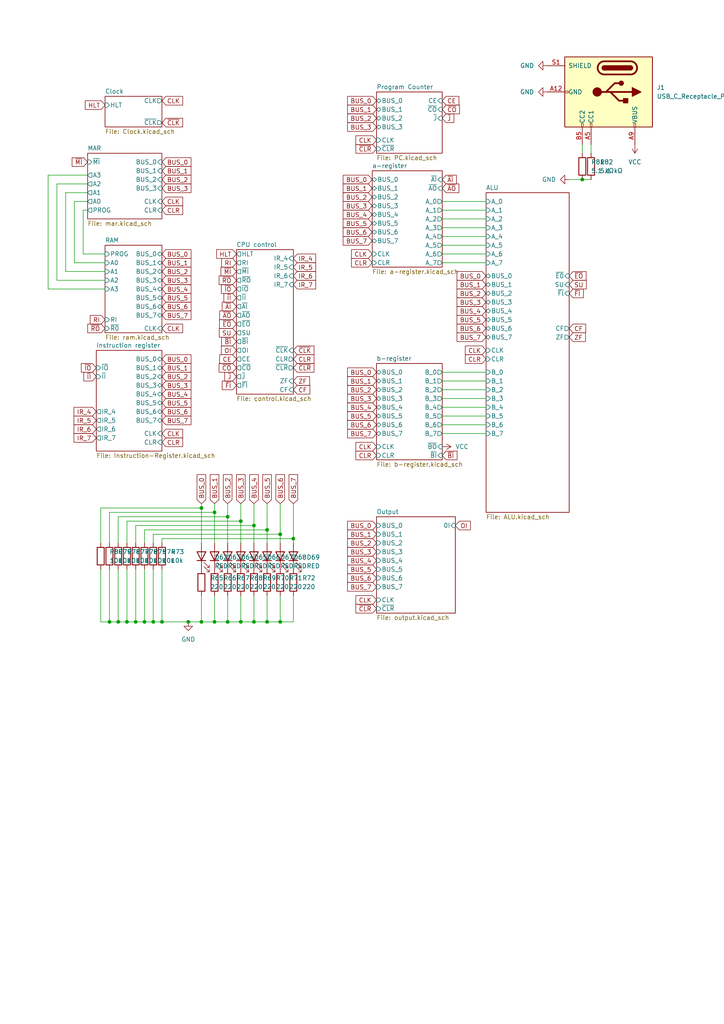
<source format=kicad_sch>
(kicad_sch (version 20250114) (generator "eeschema") (generator_version "9.0")
  (paper "A4" portrait)
  (title_block (title "8 bit PC") (date "2025-10-14") (rev "1"))
  (lib_symbols
    (symbol "Connector:USB_C_Receptacle_PowerOnly_6P" (pin_names (offset 1.016))
      (property "Reference" "J" (at 0 16.51 0))
      (property "Value" "USB_C_Receptacle_PowerOnly_6P" (at 0 13.97 0))
      (symbol "USB_C_Receptacle_PowerOnly_6P_0_0"
        (rectangle (start -0.254 -12.7) (end 0.254 -11.684))
        (rectangle (start 10.16 7.874) (end 9.144 7.366))
        (rectangle (start 10.16 -4.826) (end 9.144 -5.334))
        (rectangle (start 10.16 -7.366) (end 9.144 -7.874))
      )
      (symbol "USB_C_Receptacle_PowerOnly_6P_0_1"
        (rectangle (start -10.16 12.7) (end 10.16 -12.7) (stroke (width 0.254)) (fill (type background)))
        (polyline (pts (xy -8.89 -1.27) (xy -8.89 6.35)) (stroke (width 0.508)))
        (rectangle (start -7.62 -1.27) (end -6.35 6.35) (stroke (width 0.254)) (fill (type outline)))
        (arc (start -7.62 6.35) (mid -6.985 6.9823) (end -6.35 6.35) (stroke (width 0.254)))
        (arc (start -7.62 6.35) (mid -6.985 6.9823) (end -6.35 6.35) (stroke (width 0.254)) (fill (type outline)))
        (arc (start -8.89 6.35) (mid -6.985 8.2467) (end -5.08 6.35) (stroke (width 0.508)))
        (arc (start -5.08 -1.27) (mid -6.985 -3.1667) (end -8.89 -1.27) (stroke (width 0.508)))
        (arc (start -6.35 -1.27) (mid -6.985 -1.9023) (end -7.62 -1.27) (stroke (width 0.254)))
        (arc (start -6.35 -1.27) (mid -6.985 -1.9023) (end -7.62 -1.27) (stroke (width 0.254)) (fill (type outline)))
        (polyline (pts (xy -5.08 6.35) (xy -5.08 -1.27)) (stroke (width 0.508)))
        (circle (center -2.54 3.683) (radius 0.635) (stroke (width 0.254)) (fill (type outline)))
        (polyline (pts (xy -1.27 6.858) (xy 0 9.398) (xy 1.27 6.858) (xy -1.27 6.858)) (stroke (width 0.254)) (fill (type outline)))
        (polyline (pts (xy 0 0.508) (xy 2.54 3.048) (xy 2.54 4.318)) (stroke (width 0.508)))
        (polyline (pts (xy 0 -0.762) (xy -2.54 1.778) (xy -2.54 3.048)) (stroke (width 0.508)))
        (polyline (pts (xy 0 -3.302) (xy 0 6.858)) (stroke (width 0.508)))
        (circle (center 0 -3.302) (radius 1.27) (fill (type outline)))
        (rectangle (start 1.905 4.318) (end 3.175 5.588) (stroke (width 0.254)) (fill (type outline)))
      )
      (symbol "USB_C_Receptacle_PowerOnly_6P_1_1"
        (pin passive line (at -7.62 -17.78 90) (length 5.08) (name "SHIELD") (number "S1"))
        (pin passive line (at 0 -17.78 90) (length 5.08) (name "GND") (number "A12"))
        (pin passive line (at 0 -17.78 90) (length 5.08) (hide yes) (name "GND") (number "B12"))
        (pin passive line (at 15.24 7.62 180) (length 5.08) (name "VBUS") (number "A9"))
        (pin passive line (at 15.24 7.62 180) (length 5.08) (hide yes) (name "VBUS") (number "B9"))
        (pin bidirectional line (at 15.24 -5.08 180) (length 5.08) (name "CC1") (number "A5"))
        (pin bidirectional line (at 15.24 -7.62 180) (length 5.08) (name "CC2") (number "B5"))
      )
    )
    (symbol "Device:LED" (pin_numbers (hide yes)) (pin_names (offset 1.016) (hide yes))
      (property "Reference" "D" (at 0 2.54 0))
      (property "Value" "LED" (at 0 -2.54 0))
      (symbol "LED_0_1"
        (polyline (pts (xy -3.048 -0.762) (xy -4.572 -2.286) (xy -3.81 -2.286) (xy -4.572 -2.286) (xy -4.572 -1.524)))
        (polyline (pts (xy -1.778 -0.762) (xy -3.302 -2.286) (xy -2.54 -2.286) (xy -3.302 -2.286) (xy -3.302 -1.524)))
        (polyline (pts (xy -1.27 0) (xy 1.27 0)))
        (polyline (pts (xy -1.27 -1.27) (xy -1.27 1.27)) (stroke (width 0.254)))
        (polyline (pts (xy 1.27 -1.27) (xy 1.27 1.27) (xy -1.27 0) (xy 1.27 -1.27)) (stroke (width 0.254)))
      )
      (symbol "LED_1_1"
        (pin passive line (at -3.81 0 0) (length 2.54) (name "K") (number "1"))
        (pin passive line (at 3.81 0 180) (length 2.54) (name "A") (number "2"))
      )
    )
    (symbol "Device:R" (pin_numbers (hide yes)) (pin_names (offset 0))
      (property "Reference" "R" (at 2.032 0 90))
      (property "Value" "R" (at 0 0 90))
      (symbol "R_0_1"
        (rectangle (start -1.016 -2.54) (end 1.016 2.54) (stroke (width 0.254)))
      )
      (symbol "R_1_1"
        (pin passive line (at 0 3.81 270) (length 1.27) (name "~") (number "1"))
        (pin passive line (at 0 -3.81 90) (length 1.27) (name "~") (number "2"))
      )
    )
    (symbol "power:GND" (power) (pin_numbers (hide yes)) (pin_names (offset 0) (hide yes))
      (property "Value" "GND" (at 0 -3.81 0))
      (symbol "GND_0_1"
        (polyline (pts (xy 0 0) (xy 0 -1.27) (xy 1.27 -1.27) (xy 0 -2.54) (xy -1.27 -1.27) (xy 0 -1.27)))
      )
      (symbol "GND_1_1"
        (pin power_in line (at 0 0 270) (length 0) (name "~") (number "1"))
      )
    )
    (symbol "power:VCC" (power) (pin_numbers (hide yes)) (pin_names (offset 0) (hide yes))
      (property "Value" "VCC" (at 0 3.556 0))
      (symbol "VCC_0_1"
        (polyline (pts (xy -0.762 1.27) (xy 0 2.54)))
        (polyline (pts (xy 0 2.54) (xy 0.762 1.27)))
        (polyline (pts (xy 0 0) (xy 0 2.54)))
      )
      (symbol "VCC_1_1"
        (pin power_in line (at 0 0 90) (length 0) (name "~") (number "1"))
      )
    )
  )
  (junction (at 85.09 156.21))
  (junction (at 58.42 180.34))
  (junction (at 46.99 180.34))
  (junction (at 168.91 52.07))
  (junction (at 69.85 151.13))
  (junction (at 31.75 180.34))
  (junction (at 77.47 180.34))
  (junction (at 69.85 180.34))
  (junction (at 77.47 153.67))
  (junction (at 66.04 180.34))
  (junction (at 81.28 180.34))
  (junction (at 62.23 180.34))
  (junction (at 54.61 180.34))
  (junction (at 41.91 180.34))
  (junction (at 81.28 154.94))
  (junction (at 62.23 148.59))
  (junction (at 34.29 180.34))
  (junction (at 36.83 180.34))
  (junction (at 39.37 180.34))
  (junction (at 73.66 152.4))
  (junction (at 58.42 147.32))
  (junction (at 44.45 180.34))
  (junction (at 73.66 180.34))
  (junction (at 66.04 149.86))
  (wire (pts (xy 44.45 180.34) (xy 46.99 180.34)))
  (wire (pts (xy 128.27 60.96) (xy 140.97 60.96)))
  (wire (pts (xy 69.85 146.05) (xy 69.85 151.13)))
  (wire (pts (xy 128.27 123.19) (xy 140.97 123.19)))
  (wire (pts (xy 39.37 152.4) (xy 73.66 152.4)))
  (wire (pts (xy 30.48 81.28) (xy 16.51 81.28)))
  (wire (pts (xy 21.59 58.42) (xy 25.4 58.42)))
  (wire (pts (xy 73.66 152.4) (xy 73.66 157.48)))
  (wire (pts (xy 81.28 146.05) (xy 81.28 154.94)))
  (wire (pts (xy 29.21 180.34) (xy 31.75 180.34)))
  (wire (pts (xy 16.51 53.34) (xy 25.4 53.34)))
  (wire (pts (xy 31.75 148.59) (xy 62.23 148.59)))
  (wire (pts (xy 46.99 157.48) (xy 46.99 156.21)))
  (wire (pts (xy 39.37 165.1) (xy 39.37 180.34)))
  (wire (pts (xy 85.09 180.34) (xy 81.28 180.34)))
  (wire (pts (xy 31.75 157.48) (xy 31.75 148.59)))
  (wire (pts (xy 31.75 180.34) (xy 34.29 180.34)))
  (wire (pts (xy 36.83 180.34) (xy 39.37 180.34)))
  (wire (pts (xy 34.29 180.34) (xy 36.83 180.34)))
  (wire (pts (xy 58.42 147.32) (xy 58.42 157.48)))
  (wire (pts (xy 58.42 146.05) (xy 58.42 147.32)))
  (wire (pts (xy 34.29 165.1) (xy 34.29 180.34)))
  (wire (pts (xy 128.27 120.65) (xy 140.97 120.65)))
  (wire (pts (xy 62.23 180.34) (xy 66.04 180.34)))
  (wire (pts (xy 69.85 151.13) (xy 69.85 157.48)))
  (wire (pts (xy 165.1 52.07) (xy 168.91 52.07)))
  (wire (pts (xy 16.51 81.28) (xy 16.51 53.34)))
  (wire (pts (xy 62.23 172.72) (xy 62.23 180.34)))
  (wire (pts (xy 25.4 60.96) (xy 24.13 60.96)))
  (wire (pts (xy 39.37 180.34) (xy 41.91 180.34)))
  (wire (pts (xy 128.27 113.03) (xy 140.97 113.03)))
  (wire (pts (xy 62.23 146.05) (xy 62.23 148.59)))
  (wire (pts (xy 13.97 50.8) (xy 13.97 83.82)))
  (wire (pts (xy 85.09 156.21) (xy 85.09 157.48)))
  (wire (pts (xy 128.27 63.5) (xy 140.97 63.5)))
  (wire (pts (xy 85.09 172.72) (xy 85.09 180.34)))
  (wire (pts (xy 69.85 172.72) (xy 69.85 180.34)))
  (wire (pts (xy 34.29 157.48) (xy 34.29 149.86)))
  (wire (pts (xy 81.28 154.94) (xy 81.28 157.48)))
  (wire (pts (xy 29.21 147.32) (xy 58.42 147.32)))
  (wire (pts (xy 168.91 41.91) (xy 168.91 44.45)))
  (wire (pts (xy 128.27 110.49) (xy 140.97 110.49)))
  (wire (pts (xy 128.27 73.66) (xy 140.97 73.66)))
  (wire (pts (xy 73.66 146.05) (xy 73.66 152.4)))
  (wire (pts (xy 46.99 180.34) (xy 54.61 180.34)))
  (wire (pts (xy 13.97 83.82) (xy 30.48 83.82)))
  (wire (pts (xy 66.04 172.72) (xy 66.04 180.34)))
  (wire (pts (xy 44.45 154.94) (xy 81.28 154.94)))
  (wire (pts (xy 66.04 146.05) (xy 66.04 149.86)))
  (wire (pts (xy 73.66 172.72) (xy 73.66 180.34)))
  (wire (pts (xy 36.83 165.1) (xy 36.83 180.34)))
  (wire (pts (xy 25.4 55.88) (xy 19.05 55.88)))
  (wire (pts (xy 81.28 180.34) (xy 77.47 180.34)))
  (wire (pts (xy 21.59 76.2) (xy 30.48 76.2)))
  (wire (pts (xy 24.13 60.96) (xy 24.13 73.66)))
  (wire (pts (xy 73.66 180.34) (xy 77.47 180.34)))
  (wire (pts (xy 46.99 165.1) (xy 46.99 180.34)))
  (wire (pts (xy 39.37 157.48) (xy 39.37 152.4)))
  (wire (pts (xy 85.09 146.05) (xy 85.09 156.21)))
  (wire (pts (xy 62.23 148.59) (xy 62.23 157.48)))
  (wire (pts (xy 128.27 68.58) (xy 140.97 68.58)))
  (wire (pts (xy 41.91 165.1) (xy 41.91 180.34)))
  (wire (pts (xy 128.27 115.57) (xy 140.97 115.57)))
  (wire (pts (xy 29.21 165.1) (xy 29.21 180.34)))
  (wire (pts (xy 54.61 180.34) (xy 58.42 180.34)))
  (wire (pts (xy 128.27 71.12) (xy 140.97 71.12)))
  (wire (pts (xy 77.47 153.67) (xy 77.47 157.48)))
  (wire (pts (xy 41.91 153.67) (xy 77.47 153.67)))
  (wire (pts (xy 77.47 172.72) (xy 77.47 180.34)))
  (wire (pts (xy 128.27 125.73) (xy 140.97 125.73)))
  (wire (pts (xy 128.27 107.95) (xy 140.97 107.95)))
  (wire (pts (xy 41.91 157.48) (xy 41.91 153.67)))
  (wire (pts (xy 31.75 165.1) (xy 31.75 180.34)))
  (wire (pts (xy 24.13 73.66) (xy 30.48 73.66)))
  (wire (pts (xy 46.99 156.21) (xy 85.09 156.21)))
  (wire (pts (xy 66.04 149.86) (xy 66.04 157.48)))
  (wire (pts (xy 36.83 151.13) (xy 69.85 151.13)))
  (wire (pts (xy 128.27 66.04) (xy 140.97 66.04)))
  (wire (pts (xy 41.91 180.34) (xy 44.45 180.34)))
  (wire (pts (xy 29.21 157.48) (xy 29.21 147.32)))
  (wire (pts (xy 58.42 180.34) (xy 62.23 180.34)))
  (wire (pts (xy 19.05 55.88) (xy 19.05 78.74)))
  (wire (pts (xy 34.29 149.86) (xy 66.04 149.86)))
  (wire (pts (xy 128.27 58.42) (xy 140.97 58.42)))
  (wire (pts (xy 77.47 146.05) (xy 77.47 153.67)))
  (wire (pts (xy 81.28 172.72) (xy 81.28 180.34)))
  (wire (pts (xy 128.27 118.11) (xy 140.97 118.11)))
  (wire (pts (xy 128.27 76.2) (xy 140.97 76.2)))
  (wire (pts (xy 44.45 157.48) (xy 44.45 154.94)))
  (wire (pts (xy 21.59 76.2) (xy 21.59 58.42)))
  (wire (pts (xy 36.83 157.48) (xy 36.83 151.13)))
  (wire (pts (xy 69.85 180.34) (xy 73.66 180.34)))
  (wire (pts (xy 44.45 165.1) (xy 44.45 180.34)))
  (wire (pts (xy 58.42 172.72) (xy 58.42 180.34)))
  (wire (pts (xy 19.05 78.74) (xy 30.48 78.74)))
  (wire (pts (xy 171.45 41.91) (xy 171.45 44.45)))
  (wire (pts (xy 168.91 52.07) (xy 171.45 52.07)))
  (wire (pts (xy 66.04 180.34) (xy 69.85 180.34)))
  (wire (pts (xy 25.4 50.8) (xy 13.97 50.8)))
  (global_label "~{J}" (shape input) (at 128.27 34.29 0) (property "Intersheetrefs" "${INTERSHEET_REFS}" (effects (hide yes))))
  (global_label "~{II}" (shape input) (at 68.58 86.36 180) (property "Intersheetrefs" "${INTERSHEET_REFS}" (effects (hide yes))))
  (global_label "~{MI}" (shape input) (at 25.4 46.99 180) (property "Intersheetrefs" "${INTERSHEET_REFS}" (effects (hide yes))))
  (global_label "~{AO}" (shape input) (at 128.27 54.61 0) (property "Intersheetrefs" "${INTERSHEET_REFS}" (effects (hide yes))))
  (global_label "BUS_3" (shape input) (at 46.99 81.28 0) (property "Intersheetrefs" "${INTERSHEET_REFS}" (effects (hide yes))))
  (global_label "~{MI}" (shape input) (at 68.58 78.74 180) (property "Intersheetrefs" "${INTERSHEET_REFS}" (effects (hide yes))))
  (global_label "~{CLK}" (shape input) (at 85.09 101.6 0) (property "Intersheetrefs" "${INTERSHEET_REFS}" (effects (hide yes))))
  (global_label "BUS_2" (shape input) (at 46.99 78.74 0) (property "Intersheetrefs" "${INTERSHEET_REFS}" (effects (hide yes))))
  (global_label "BUS_1" (shape input) (at 46.99 49.53 0) (property "Intersheetrefs" "${INTERSHEET_REFS}" (effects (hide yes))))
  (global_label "~{CLR}" (shape input) (at 109.22 176.53 180) (property "Intersheetrefs" "${INTERSHEET_REFS}" (effects (hide yes))))
  (global_label "OI" (shape input) (at 132.08 152.4 0) (property "Intersheetrefs" "${INTERSHEET_REFS}" (effects (hide yes))))
  (global_label "IR_4" (shape input) (at 85.09 74.93 0) (property "Intersheetrefs" "${INTERSHEET_REFS}" (effects (hide yes))))
  (global_label "BUS_2" (shape input) (at 66.04 146.05 90) (property "Intersheetrefs" "${INTERSHEET_REFS}" (effects (hide yes))))
  (global_label "~{IO}" (shape input) (at 27.94 106.68 180) (property "Intersheetrefs" "${INTERSHEET_REFS}" (effects (hide yes))))
  (global_label "BUS_3" (shape input) (at 69.85 146.05 90) (property "Intersheetrefs" "${INTERSHEET_REFS}" (effects (hide yes))))
  (global_label "~{EO}" (shape input) (at 68.58 93.98 180) (property "Intersheetrefs" "${INTERSHEET_REFS}" (effects (hide yes))))
  (global_label "BUS_0" (shape input) (at 109.22 29.21 180) (property "Intersheetrefs" "${INTERSHEET_REFS}" (effects (hide yes))))
  (global_label "BUS_1" (shape input) (at 62.23 146.05 90) (property "Intersheetrefs" "${INTERSHEET_REFS}" (effects (hide yes))))
  (global_label "~{II}" (shape input) (at 27.94 109.22 180) (property "Intersheetrefs" "${INTERSHEET_REFS}" (effects (hide yes))))
  (global_label "SU" (shape input) (at 68.58 96.52 180) (property "Intersheetrefs" "${INTERSHEET_REFS}" (effects (hide yes))))
  (global_label "BUS_0" (shape input) (at 109.22 107.95 180) (property "Intersheetrefs" "${INTERSHEET_REFS}" (effects (hide yes))))
  (global_label "BUS_7" (shape input) (at 140.97 97.79 180) (property "Intersheetrefs" "${INTERSHEET_REFS}" (effects (hide yes))))
  (global_label "BUS_7" (shape input) (at 107.95 69.85 180) (property "Intersheetrefs" "${INTERSHEET_REFS}" (effects (hide yes))))
  (global_label "CLK" (shape input) (at 46.99 125.73 0) (property "Intersheetrefs" "${INTERSHEET_REFS}" (effects (hide yes))))
  (global_label "IR_7" (shape input) (at 27.94 127 180) (property "Intersheetrefs" "${INTERSHEET_REFS}" (effects (hide yes))))
  (global_label "BUS_4" (shape input) (at 46.99 83.82 0) (property "Intersheetrefs" "${INTERSHEET_REFS}" (effects (hide yes))))
  (global_label "BUS_6" (shape input) (at 109.22 123.19 180) (property "Intersheetrefs" "${INTERSHEET_REFS}" (effects (hide yes))))
  (global_label "BUS_4" (shape input) (at 140.97 90.17 180) (property "Intersheetrefs" "${INTERSHEET_REFS}" (effects (hide yes))))
  (global_label "BUS_7" (shape input) (at 109.22 125.73 180) (property "Intersheetrefs" "${INTERSHEET_REFS}" (effects (hide yes))))
  (global_label "IR_7" (shape input) (at 85.09 82.55 0) (property "Intersheetrefs" "${INTERSHEET_REFS}" (effects (hide yes))))
  (global_label "CLR" (shape input) (at 85.09 104.14 0) (property "Intersheetrefs" "${INTERSHEET_REFS}" (effects (hide yes))))
  (global_label "BUS_6" (shape input) (at 46.99 119.38 0) (property "Intersheetrefs" "${INTERSHEET_REFS}" (effects (hide yes))))
  (global_label "CLK" (shape input) (at 46.99 95.25 0) (property "Intersheetrefs" "${INTERSHEET_REFS}" (effects (hide yes))))
  (global_label "CLR" (shape input) (at 140.97 104.14 180) (property "Intersheetrefs" "${INTERSHEET_REFS}" (effects (hide yes))))
  (global_label "IR_6" (shape input) (at 27.94 124.46 180) (property "Intersheetrefs" "${INTERSHEET_REFS}" (effects (hide yes))))
  (global_label "BUS_1" (shape input) (at 109.22 31.75 180) (property "Intersheetrefs" "${INTERSHEET_REFS}" (effects (hide yes))))
  (global_label "BUS_7" (shape input) (at 109.22 170.18 180) (property "Intersheetrefs" "${INTERSHEET_REFS}" (effects (hide yes))))
  (global_label "BUS_2" (shape input) (at 107.95 57.15 180) (property "Intersheetrefs" "${INTERSHEET_REFS}" (effects (hide yes))))
  (global_label "BUS_4" (shape input) (at 109.22 118.11 180) (property "Intersheetrefs" "${INTERSHEET_REFS}" (effects (hide yes))))
  (global_label "CF" (shape input) (at 85.09 113.03 0) (property "Intersheetrefs" "${INTERSHEET_REFS}" (effects (hide yes))))
  (global_label "BUS_3" (shape input) (at 140.97 87.63 180) (property "Intersheetrefs" "${INTERSHEET_REFS}" (effects (hide yes))))
  (global_label "BUS_6" (shape input) (at 109.22 167.64 180) (property "Intersheetrefs" "${INTERSHEET_REFS}" (effects (hide yes))))
  (global_label "~{J}" (shape input) (at 68.58 109.22 180) (property "Intersheetrefs" "${INTERSHEET_REFS}" (effects (hide yes))))
  (global_label "BUS_3" (shape input) (at 109.22 115.57 180) (property "Intersheetrefs" "${INTERSHEET_REFS}" (effects (hide yes))))
  (global_label "IR_5" (shape input) (at 85.09 77.47 0) (property "Intersheetrefs" "${INTERSHEET_REFS}" (effects (hide yes))))
  (global_label "BUS_4" (shape input) (at 109.22 162.56 180) (property "Intersheetrefs" "${INTERSHEET_REFS}" (effects (hide yes))))
  (global_label "BUS_1" (shape input) (at 46.99 106.68 0) (property "Intersheetrefs" "${INTERSHEET_REFS}" (effects (hide yes))))
  (global_label "SU" (shape input) (at 165.1 82.55 0) (property "Intersheetrefs" "${INTERSHEET_REFS}" (effects (hide yes))))
  (global_label "BUS_5" (shape input) (at 107.95 64.77 180) (property "Intersheetrefs" "${INTERSHEET_REFS}" (effects (hide yes))))
  (global_label "BUS_1" (shape input) (at 107.95 54.61 180) (property "Intersheetrefs" "${INTERSHEET_REFS}" (effects (hide yes))))
  (global_label "BUS_0" (shape input) (at 46.99 46.99 0) (property "Intersheetrefs" "${INTERSHEET_REFS}" (effects (hide yes))))
  (global_label "BUS_3" (shape input) (at 46.99 54.61 0) (property "Intersheetrefs" "${INTERSHEET_REFS}" (effects (hide yes))))
  (global_label "BUS_7" (shape input) (at 46.99 121.92 0) (property "Intersheetrefs" "${INTERSHEET_REFS}" (effects (hide yes))))
  (global_label "BUS_5" (shape input) (at 140.97 92.71 180) (property "Intersheetrefs" "${INTERSHEET_REFS}" (effects (hide yes))))
  (global_label "~{CO}" (shape input) (at 68.58 106.68 180) (property "Intersheetrefs" "${INTERSHEET_REFS}" (effects (hide yes))))
  (global_label "BUS_5" (shape input) (at 77.47 146.05 90) (property "Intersheetrefs" "${INTERSHEET_REFS}" (effects (hide yes))))
  (global_label "CLK" (shape input) (at 109.22 129.54 180) (property "Intersheetrefs" "${INTERSHEET_REFS}" (effects (hide yes))))
  (global_label "BUS_1" (shape input) (at 109.22 154.94 180) (property "Intersheetrefs" "${INTERSHEET_REFS}" (effects (hide yes))))
  (global_label "BUS_2" (shape input) (at 46.99 109.22 0) (property "Intersheetrefs" "${INTERSHEET_REFS}" (effects (hide yes))))
  (global_label "BUS_3" (shape input) (at 109.22 36.83 180) (property "Intersheetrefs" "${INTERSHEET_REFS}" (effects (hide yes))))
  (global_label "BUS_3" (shape input) (at 46.99 111.76 0) (property "Intersheetrefs" "${INTERSHEET_REFS}" (effects (hide yes))))
  (global_label "~{RO}" (shape input) (at 68.58 81.28 180) (property "Intersheetrefs" "${INTERSHEET_REFS}" (effects (hide yes))))
  (global_label "BUS_2" (shape input) (at 140.97 85.09 180) (property "Intersheetrefs" "${INTERSHEET_REFS}" (effects (hide yes))))
  (global_label "CLK" (shape input) (at 46.99 29.21 0) (property "Intersheetrefs" "${INTERSHEET_REFS}" (effects (hide yes))))
  (global_label "BUS_0" (shape input) (at 140.97 80.01 180) (property "Intersheetrefs" "${INTERSHEET_REFS}" (effects (hide yes))))
  (global_label "~{CLR}" (shape input) (at 85.09 106.68 0) (property "Intersheetrefs" "${INTERSHEET_REFS}" (effects (hide yes))))
  (global_label "~{CO}" (shape input) (at 128.27 31.75 0) (property "Intersheetrefs" "${INTERSHEET_REFS}" (effects (hide yes))))
  (global_label "IR_5" (shape input) (at 27.94 121.92 180) (property "Intersheetrefs" "${INTERSHEET_REFS}" (effects (hide yes))))
  (global_label "BUS_5" (shape input) (at 46.99 86.36 0) (property "Intersheetrefs" "${INTERSHEET_REFS}" (effects (hide yes))))
  (global_label "CLR" (shape input) (at 46.99 128.27 0) (property "Intersheetrefs" "${INTERSHEET_REFS}" (effects (hide yes))))
  (global_label "BUS_5" (shape input) (at 109.22 120.65 180) (property "Intersheetrefs" "${INTERSHEET_REFS}" (effects (hide yes))))
  (global_label "BUS_6" (shape input) (at 81.28 146.05 90) (property "Intersheetrefs" "${INTERSHEET_REFS}" (effects (hide yes))))
  (global_label "BUS_0" (shape input) (at 109.22 152.4 180) (property "Intersheetrefs" "${INTERSHEET_REFS}" (effects (hide yes))))
  (global_label "~{BI}" (shape input) (at 128.27 132.08 0) (property "Intersheetrefs" "${INTERSHEET_REFS}" (effects (hide yes))))
  (global_label "~{FI}" (shape input) (at 68.58 111.76 180) (property "Intersheetrefs" "${INTERSHEET_REFS}" (effects (hide yes))))
  (global_label "BUS_7" (shape input) (at 85.09 146.05 90) (property "Intersheetrefs" "${INTERSHEET_REFS}" (effects (hide yes))))
  (global_label "CLK" (shape input) (at 109.22 40.64 180) (property "Intersheetrefs" "${INTERSHEET_REFS}" (effects (hide yes))))
  (global_label "CF" (shape input) (at 165.1 95.25 0) (property "Intersheetrefs" "${INTERSHEET_REFS}" (effects (hide yes))))
  (global_label "CLK" (shape input) (at 107.95 73.66 180) (property "Intersheetrefs" "${INTERSHEET_REFS}" (effects (hide yes))))
  (global_label "~{BI}" (shape input) (at 68.58 99.06 180) (property "Intersheetrefs" "${INTERSHEET_REFS}" (effects (hide yes))))
  (global_label "BUS_3" (shape input) (at 107.95 59.69 180) (property "Intersheetrefs" "${INTERSHEET_REFS}" (effects (hide yes))))
  (global_label "BUS_4" (shape input) (at 107.95 62.23 180) (property "Intersheetrefs" "${INTERSHEET_REFS}" (effects (hide yes))))
  (global_label "CLR" (shape input) (at 107.95 76.2 180) (property "Intersheetrefs" "${INTERSHEET_REFS}" (effects (hide yes))))
  (global_label "BUS_1" (shape input) (at 109.22 110.49 180) (property "Intersheetrefs" "${INTERSHEET_REFS}" (effects (hide yes))))
  (global_label "HLT" (shape input) (at 68.58 73.66 180) (property "Intersheetrefs" "${INTERSHEET_REFS}" (effects (hide yes))))
  (global_label "BUS_0" (shape input) (at 46.99 104.14 0) (property "Intersheetrefs" "${INTERSHEET_REFS}" (effects (hide yes))))
  (global_label "BUS_5" (shape input) (at 109.22 165.1 180) (property "Intersheetrefs" "${INTERSHEET_REFS}" (effects (hide yes))))
  (global_label "OI" (shape input) (at 68.58 101.6 180) (property "Intersheetrefs" "${INTERSHEET_REFS}" (effects (hide yes))))
  (global_label "CE" (shape input) (at 68.58 104.14 180) (property "Intersheetrefs" "${INTERSHEET_REFS}" (effects (hide yes))))
  (global_label "BUS_0" (shape input) (at 46.99 73.66 0) (property "Intersheetrefs" "${INTERSHEET_REFS}" (effects (hide yes))))
  (global_label "~{IO}" (shape input) (at 68.58 83.82 180) (property "Intersheetrefs" "${INTERSHEET_REFS}" (effects (hide yes))))
  (global_label "BUS_0" (shape input) (at 107.95 52.07 180) (property "Intersheetrefs" "${INTERSHEET_REFS}" (effects (hide yes))))
  (global_label "~{AI}" (shape input) (at 68.58 88.9 180) (property "Intersheetrefs" "${INTERSHEET_REFS}" (effects (hide yes))))
  (global_label "BUS_5" (shape input) (at 46.99 116.84 0) (property "Intersheetrefs" "${INTERSHEET_REFS}" (effects (hide yes))))
  (global_label "BUS_6" (shape input) (at 46.99 88.9 0) (property "Intersheetrefs" "${INTERSHEET_REFS}" (effects (hide yes))))
  (global_label "CLK" (shape input) (at 109.22 173.99 180) (property "Intersheetrefs" "${INTERSHEET_REFS}" (effects (hide yes))))
  (global_label "BUS_6" (shape input) (at 107.95 67.31 180) (property "Intersheetrefs" "${INTERSHEET_REFS}" (effects (hide yes))))
  (global_label "BUS_7" (shape input) (at 46.99 91.44 0) (property "Intersheetrefs" "${INTERSHEET_REFS}" (effects (hide yes))))
  (global_label "~{AO}" (shape input) (at 68.58 91.44 180) (property "Intersheetrefs" "${INTERSHEET_REFS}" (effects (hide yes))))
  (global_label "~{FI}" (shape input) (at 165.1 85.09 0) (property "Intersheetrefs" "${INTERSHEET_REFS}" (effects (hide yes))))
  (global_label "RI" (shape input) (at 68.58 76.2 180) (property "Intersheetrefs" "${INTERSHEET_REFS}" (effects (hide yes))))
  (global_label "BUS_2" (shape input) (at 109.22 157.48 180) (property "Intersheetrefs" "${INTERSHEET_REFS}" (effects (hide yes))))
  (global_label "ZF" (shape input) (at 165.1 97.79 0) (property "Intersheetrefs" "${INTERSHEET_REFS}" (effects (hide yes))))
  (global_label "BUS_1" (shape input) (at 46.99 76.2 0) (property "Intersheetrefs" "${INTERSHEET_REFS}" (effects (hide yes))))
  (global_label "~{EO}" (shape input) (at 165.1 80.01 0) (property "Intersheetrefs" "${INTERSHEET_REFS}" (effects (hide yes))))
  (global_label "IR_4" (shape input) (at 27.94 119.38 180) (property "Intersheetrefs" "${INTERSHEET_REFS}" (effects (hide yes))))
  (global_label "BUS_4" (shape input) (at 46.99 114.3 0) (property "Intersheetrefs" "${INTERSHEET_REFS}" (effects (hide yes))))
  (global_label "BUS_4" (shape input) (at 73.66 146.05 90) (property "Intersheetrefs" "${INTERSHEET_REFS}" (effects (hide yes))))
  (global_label "HLT" (shape input) (at 30.48 30.48 180) (property "Intersheetrefs" "${INTERSHEET_REFS}" (effects (hide yes))))
  (global_label "~{RO}" (shape input) (at 30.48 95.25 180) (property "Intersheetrefs" "${INTERSHEET_REFS}" (effects (hide yes))))
  (global_label "~{AI}" (shape input) (at 128.27 52.07 0) (property "Intersheetrefs" "${INTERSHEET_REFS}" (effects (hide yes))))
  (global_label "BUS_1" (shape input) (at 140.97 82.55 180) (property "Intersheetrefs" "${INTERSHEET_REFS}" (effects (hide yes))))
  (global_label "CLR" (shape input) (at 109.22 132.08 180) (property "Intersheetrefs" "${INTERSHEET_REFS}" (effects (hide yes))))
  (global_label "BUS_2" (shape input) (at 46.99 52.07 0) (property "Intersheetrefs" "${INTERSHEET_REFS}" (effects (hide yes))))
  (global_label "~{CLK}" (shape input) (at 46.99 35.56 0) (property "Intersheetrefs" "${INTERSHEET_REFS}" (effects (hide yes))))
  (global_label "CLR" (shape input) (at 46.99 60.96 0) (property "Intersheetrefs" "${INTERSHEET_REFS}" (effects (hide yes))))
  (global_label "BUS_2" (shape input) (at 109.22 113.03 180) (property "Intersheetrefs" "${INTERSHEET_REFS}" (effects (hide yes))))
  (global_label "BUS_3" (shape input) (at 109.22 160.02 180) (property "Intersheetrefs" "${INTERSHEET_REFS}" (effects (hide yes))))
  (global_label "BUS_2" (shape input) (at 109.22 34.29 180) (property "Intersheetrefs" "${INTERSHEET_REFS}" (effects (hide yes))))
  (global_label "CLK" (shape input) (at 46.99 58.42 0) (property "Intersheetrefs" "${INTERSHEET_REFS}" (effects (hide yes))))
  (global_label "RI" (shape input) (at 30.48 92.71 180) (property "Intersheetrefs" "${INTERSHEET_REFS}" (effects (hide yes))))
  (global_label "BUS_0" (shape input) (at 58.42 146.05 90) (property "Intersheetrefs" "${INTERSHEET_REFS}" (effects (hide yes))))
  (global_label "ZF" (shape input) (at 85.09 110.49 0) (property "Intersheetrefs" "${INTERSHEET_REFS}" (effects (hide yes))))
  (global_label "CLK" (shape input) (at 140.97 101.6 180) (property "Intersheetrefs" "${INTERSHEET_REFS}" (effects (hide yes))))
  (global_label "CE" (shape input) (at 128.27 29.21 0) (property "Intersheetrefs" "${INTERSHEET_REFS}" (effects (hide yes))))
  (global_label "IR_6" (shape input) (at 85.09 80.01 0) (property "Intersheetrefs" "${INTERSHEET_REFS}" (effects (hide yes))))
  (global_label "BUS_6" (shape input) (at 140.97 95.25 180) (property "Intersheetrefs" "${INTERSHEET_REFS}" (effects (hide yes))))
  (global_label "~{CLR}" (shape input) (at 109.22 43.18 180) (property "Intersheetrefs" "${INTERSHEET_REFS}" (effects (hide yes))))
  (symbol (lib_id "Device:R") (at 66.04 168.91 0) (unit 1)
    (property "Reference" "R67" (at 68.58 167.6399 0) (effects (justify left)))
    (property "Value" "220" (at 68.58 170.1799 0) (effects (justify left)))
    (property "Footprint" "Resistor_THT:R_Axial_DIN0207_L6.3mm_D2.5mm_P7.62mm_Horizontal" (effects (hide yes)))
    (property "Description" "Resistor" (effects (hide yes)))
  )
  (symbol (lib_id "Device:LED") (at 85.09 161.29 90) (unit 1)
    (property "Reference" "D69" (at 88.9 161.6074 90) (effects (justify right)))
    (property "Value" "RED" (at 88.9 164.1474 90) (effects (justify right)))
    (property "Footprint" "LED_THT:LED_D3.0mm" (effects (hide yes)))
    (property "Description" "Light emitting diode" (effects (hide yes)))
    (property "Sim.Pins" "1=K 2=A" (effects (hide yes)))
  )
  (symbol (lib_id "Device:LED") (at 81.28 161.29 90) (unit 1)
    (property "Reference" "D68" (at 85.09 161.6074 90) (effects (justify right)))
    (property "Value" "RED" (at 85.09 164.1474 90) (effects (justify right)))
    (property "Footprint" "LED_THT:LED_D3.0mm" (effects (hide yes)))
    (property "Description" "Light emitting diode" (effects (hide yes)))
    (property "Sim.Pins" "1=K 2=A" (effects (hide yes)))
  )
  (symbol (lib_id "power:GND") (at 165.1 52.07 270) (unit 1)
    (property "Reference" "#PWR0102" (effects (hide yes)))
    (property "Value" "GND" (at 161.29 52.0699 90) (effects (justify right)))
    (property "Description" "Power symbol creates a global label with name \"GND\" , ground" (effects (hide yes)))
  )
  (symbol (lib_id "power:VCC") (at 184.15 41.91 180) (unit 1)
    (property "Reference" "#PWR0104" (effects (hide yes)))
    (property "Value" "VCC" (at 184.15 46.99 0))
    (property "Description" "Power symbol creates a global label with name \"VCC\"" (effects (hide yes)))
  )
  (symbol (lib_id "Device:R") (at 69.85 168.91 0) (unit 1)
    (property "Reference" "R68" (at 72.39 167.6399 0) (effects (justify left)))
    (property "Value" "220" (at 72.39 170.1799 0) (effects (justify left)))
    (property "Footprint" "Resistor_THT:R_Axial_DIN0207_L6.3mm_D2.5mm_P7.62mm_Horizontal" (effects (hide yes)))
    (property "Description" "Resistor" (effects (hide yes)))
  )
  (symbol (lib_id "Device:R") (at 85.09 168.91 0) (unit 1)
    (property "Reference" "R72" (at 87.63 167.6399 0) (effects (justify left)))
    (property "Value" "220" (at 87.63 170.1799 0) (effects (justify left)))
    (property "Footprint" "Resistor_THT:R_Axial_DIN0207_L6.3mm_D2.5mm_P7.62mm_Horizontal" (effects (hide yes)))
    (property "Description" "Resistor" (effects (hide yes)))
  )
  (symbol (lib_id "Device:R") (at 39.37 161.29 0) (unit 1)
    (property "Reference" "R76" (at 41.91 160.0199 0) (effects (justify left)))
    (property "Value" "10k" (at 41.91 162.5599 0) (effects (justify left)))
    (property "Footprint" "Resistor_THT:R_Axial_DIN0207_L6.3mm_D2.5mm_P7.62mm_Horizontal" (effects (hide yes)))
    (property "Description" "Resistor" (effects (hide yes)))
  )
  (symbol (lib_id "Device:R") (at 31.75 161.29 0) (unit 1)
    (property "Reference" "R79" (at 34.29 160.0199 0) (effects (justify left)))
    (property "Value" "10k" (at 34.29 162.5599 0) (effects (justify left)))
    (property "Footprint" "Resistor_THT:R_Axial_DIN0207_L6.3mm_D2.5mm_P7.62mm_Horizontal" (effects (hide yes)))
    (property "Description" "Resistor" (effects (hide yes)))
  )
  (symbol (lib_id "Connector:USB_C_Receptacle_PowerOnly_6P") (at 176.53 26.67 270) (unit 1)
    (property "Reference" "J1" (at 190.5 25.3999 90) (effects (justify left)))
    (property "Value" "USB_C_Receptacle_PowerOnly_6P" (at 190.5 27.9399 90) (effects (justify left)))
    (property "Footprint" "Connector_USB:USB_C_Receptacle_HRO_TYPE-C-31-M-17" (effects (hide yes)))
    (property "Datasheet" "https://www.usb.org/sites/default/files/documents/usb_type-c.zip" (effects (hide yes)))
    (property "Description" "USB Power-Only 6P Type-C Receptacle connector" (effects (hide yes)))
  )
  (symbol (lib_id "Device:R") (at 36.83 161.29 0) (unit 1)
    (property "Reference" "R77" (at 39.37 160.0199 0) (effects (justify left)))
    (property "Value" "10k" (at 39.37 162.5599 0) (effects (justify left)))
    (property "Footprint" "Resistor_THT:R_Axial_DIN0207_L6.3mm_D2.5mm_P7.62mm_Horizontal" (effects (hide yes)))
    (property "Description" "Resistor" (effects (hide yes)))
  )
  (symbol (lib_id "power:GND") (at 158.75 26.67 270) (unit 1)
    (property "Reference" "#PWR0103" (effects (hide yes)))
    (property "Value" "GND" (at 154.94 26.6699 90) (effects (justify right)))
    (property "Description" "Power symbol creates a global label with name \"GND\" , ground" (effects (hide yes)))
  )
  (symbol (lib_id "Device:R") (at 29.21 161.29 0) (unit 1)
    (property "Reference" "R80" (at 31.75 160.0199 0) (effects (justify left)))
    (property "Value" "10k" (at 31.75 162.5599 0) (effects (justify left)))
    (property "Footprint" "Resistor_THT:R_Axial_DIN0207_L6.3mm_D2.5mm_P7.62mm_Horizontal" (effects (hide yes)))
    (property "Description" "Resistor" (effects (hide yes)))
  )
  (symbol (lib_id "Device:LED") (at 62.23 161.29 90) (unit 1)
    (property "Reference" "D63" (at 66.04 161.6074 90) (effects (justify right)))
    (property "Value" "RED" (at 66.04 164.1474 90) (effects (justify right)))
    (property "Footprint" "LED_THT:LED_D3.0mm" (effects (hide yes)))
    (property "Description" "Light emitting diode" (effects (hide yes)))
    (property "Sim.Pins" "1=K 2=A" (effects (hide yes)))
  )
  (symbol (lib_id "Device:R") (at 58.42 168.91 0) (unit 1)
    (property "Reference" "R65" (at 60.96 167.6399 0) (effects (justify left)))
    (property "Value" "220" (at 60.96 170.1799 0) (effects (justify left)))
    (property "Footprint" "Resistor_THT:R_Axial_DIN0207_L6.3mm_D2.5mm_P7.62mm_Horizontal" (effects (hide yes)))
    (property "Description" "Resistor" (effects (hide yes)))
  )
  (symbol (lib_id "Device:R") (at 77.47 168.91 0) (unit 1)
    (property "Reference" "R70" (at 80.01 167.6399 0) (effects (justify left)))
    (property "Value" "220" (at 80.01 170.1799 0) (effects (justify left)))
    (property "Footprint" "Resistor_THT:R_Axial_DIN0207_L6.3mm_D2.5mm_P7.62mm_Horizontal" (effects (hide yes)))
    (property "Description" "Resistor" (effects (hide yes)))
  )
  (symbol (lib_id "Device:R") (at 46.99 161.29 0) (unit 1)
    (property "Reference" "R73" (at 49.53 160.0199 0) (effects (justify left)))
    (property "Value" "10k" (at 49.53 162.5599 0) (effects (justify left)))
    (property "Footprint" "Resistor_THT:R_Axial_DIN0207_L6.3mm_D2.5mm_P7.62mm_Horizontal" (effects (hide yes)))
    (property "Description" "Resistor" (effects (hide yes)))
  )
  (symbol (lib_id "Device:R") (at 81.28 168.91 0) (unit 1)
    (property "Reference" "R71" (at 83.82 167.6399 0) (effects (justify left)))
    (property "Value" "220" (at 83.82 170.1799 0) (effects (justify left)))
    (property "Footprint" "Resistor_THT:R_Axial_DIN0207_L6.3mm_D2.5mm_P7.62mm_Horizontal" (effects (hide yes)))
    (property "Description" "Resistor" (effects (hide yes)))
  )
  (symbol (lib_id "Device:R") (at 41.91 161.29 0) (unit 1)
    (property "Reference" "R75" (at 44.45 160.0199 0) (effects (justify left)))
    (property "Value" "10k" (at 44.45 162.5599 0) (effects (justify left)))
    (property "Footprint" "Resistor_THT:R_Axial_DIN0207_L6.3mm_D2.5mm_P7.62mm_Horizontal" (effects (hide yes)))
    (property "Description" "Resistor" (effects (hide yes)))
  )
  (symbol (lib_id "Device:LED") (at 73.66 161.29 90) (unit 1)
    (property "Reference" "D66" (at 77.47 161.6074 90) (effects (justify right)))
    (property "Value" "RED" (at 77.47 164.1474 90) (effects (justify right)))
    (property "Footprint" "LED_THT:LED_D3.0mm" (effects (hide yes)))
    (property "Description" "Light emitting diode" (effects (hide yes)))
    (property "Sim.Pins" "1=K 2=A" (effects (hide yes)))
  )
  (symbol (lib_id "Device:R") (at 34.29 161.29 0) (unit 1)
    (property "Reference" "R78" (at 36.83 160.0199 0) (effects (justify left)))
    (property "Value" "10k" (at 36.83 162.5599 0) (effects (justify left)))
    (property "Footprint" "Resistor_THT:R_Axial_DIN0207_L6.3mm_D2.5mm_P7.62mm_Horizontal" (effects (hide yes)))
    (property "Description" "Resistor" (effects (hide yes)))
  )
  (symbol (lib_id "Device:LED") (at 58.42 161.29 90) (unit 1)
    (property "Reference" "D62" (at 62.23 161.6074 90) (effects (justify right)))
    (property "Value" "RED" (at 62.23 164.1474 90) (effects (justify right)))
    (property "Footprint" "LED_THT:LED_D3.0mm" (effects (hide yes)))
    (property "Description" "Light emitting diode" (effects (hide yes)))
    (property "Sim.Pins" "1=K 2=A" (effects (hide yes)))
  )
  (symbol (lib_id "power:VCC") (at 128.27 129.54 270) (unit 1)
    (property "Reference" "#PWR0100" (effects (hide yes)))
    (property "Value" "VCC" (at 132.08 129.5399 90) (effects (justify left)))
    (property "Description" "Power symbol creates a global label with name \"VCC\"" (effects (hide yes)))
  )
  (symbol (lib_id "Device:R") (at 168.91 48.26 0) (unit 1)
    (property "Reference" "R81" (at 171.45 46.9899 0) (effects (justify left)))
    (property "Value" "5.1 kΩ" (at 171.45 49.5299 0) (effects (justify left)))
    (property "Footprint" "Resistor_THT:R_Axial_DIN0207_L6.3mm_D2.5mm_P7.62mm_Horizontal" (effects (hide yes)))
    (property "Description" "Resistor" (effects (hide yes)))
  )
  (symbol (lib_id "Device:R") (at 44.45 161.29 0) (unit 1)
    (property "Reference" "R74" (at 46.99 160.0199 0) (effects (justify left)))
    (property "Value" "10k" (at 46.99 162.5599 0) (effects (justify left)))
    (property "Footprint" "Resistor_THT:R_Axial_DIN0207_L6.3mm_D2.5mm_P7.62mm_Horizontal" (effects (hide yes)))
    (property "Description" "Resistor" (effects (hide yes)))
  )
  (symbol (lib_id "Device:LED") (at 77.47 161.29 90) (unit 1)
    (property "Reference" "D67" (at 81.28 161.6074 90) (effects (justify right)))
    (property "Value" "RED" (at 81.28 164.1474 90) (effects (justify right)))
    (property "Footprint" "LED_THT:LED_D3.0mm" (effects (hide yes)))
    (property "Description" "Light emitting diode" (effects (hide yes)))
    (property "Sim.Pins" "1=K 2=A" (effects (hide yes)))
  )
  (symbol (lib_id "Device:LED") (at 66.04 161.29 90) (unit 1)
    (property "Reference" "D64" (at 69.85 161.6074 90) (effects (justify right)))
    (property "Value" "RED" (at 69.85 164.1474 90) (effects (justify right)))
    (property "Footprint" "LED_THT:LED_D3.0mm" (effects (hide yes)))
    (property "Description" "Light emitting diode" (effects (hide yes)))
    (property "Sim.Pins" "1=K 2=A" (effects (hide yes)))
  )
  (symbol (lib_id "Device:R") (at 62.23 168.91 0) (unit 1)
    (property "Reference" "R66" (at 64.77 167.6399 0) (effects (justify left)))
    (property "Value" "220" (at 64.77 170.1799 0) (effects (justify left)))
    (property "Footprint" "Resistor_THT:R_Axial_DIN0207_L6.3mm_D2.5mm_P7.62mm_Horizontal" (effects (hide yes)))
    (property "Description" "Resistor" (effects (hide yes)))
  )
  (symbol (lib_id "power:GND") (at 54.61 180.34 0) (unit 1)
    (property "Reference" "#PWR0101" (effects (hide yes)))
    (property "Value" "GND" (at 54.61 185.42 0))
    (property "Description" "Power symbol creates a global label with name \"GND\" , ground" (effects (hide yes)))
  )
  (symbol (lib_id "Device:R") (at 73.66 168.91 0) (unit 1)
    (property "Reference" "R69" (at 76.2 167.6399 0) (effects (justify left)))
    (property "Value" "220" (at 76.2 170.1799 0) (effects (justify left)))
    (property "Footprint" "Resistor_THT:R_Axial_DIN0207_L6.3mm_D2.5mm_P7.62mm_Horizontal" (effects (hide yes)))
    (property "Description" "Resistor" (effects (hide yes)))
  )
  (symbol (lib_id "Device:LED") (at 69.85 161.29 90) (unit 1)
    (property "Reference" "D65" (at 73.66 161.6074 90) (effects (justify right)))
    (property "Value" "RED" (at 73.66 164.1474 90) (effects (justify right)))
    (property "Footprint" "LED_THT:LED_D3.0mm" (effects (hide yes)))
    (property "Description" "Light emitting diode" (effects (hide yes)))
    (property "Sim.Pins" "1=K 2=A" (effects (hide yes)))
  )
  (symbol (lib_id "power:GND") (at 158.75 19.05 270) (unit 1)
    (property "Reference" "#PWR0105" (effects (hide yes)))
    (property "Value" "GND" (at 154.94 19.0499 90) (effects (justify right)))
    (property "Description" "Power symbol creates a global label with name \"GND\" , ground" (effects (hide yes)))
  )
  (symbol (lib_id "Device:R") (at 171.45 48.26 0) (unit 1)
    (property "Reference" "R82" (at 173.99 46.9899 0) (effects (justify left)))
    (property "Value" "5.1 kΩ" (at 173.99 49.5299 0) (effects (justify left)))
    (property "Footprint" "Resistor_THT:R_Axial_DIN0207_L6.3mm_D2.5mm_P7.62mm_Horizontal" (effects (hide yes)))
    (property "Description" "Resistor" (effects (hide yes)))
  )
  (sheet (at 109.22 105.41) (size 19.05 27.94) (stroke (width 0.1524))
    (property "Sheetname" "b-register" (at 109.22 104.6984 0) (effects (justify left bottom)))
    (property "Sheetfile" "b-register.kicad_sch" (at 109.22 133.9346 0) (effects (justify left top)))
    (pin "BUS_0" bidirectional (at 109.22 107.95 180))
    (pin "BUS_1" bidirectional (at 109.22 110.49 180))
    (pin "BUS_2" bidirectional (at 109.22 113.03 180))
    (pin "BUS_3" bidirectional (at 109.22 115.57 180))
    (pin "BUS_4" bidirectional (at 109.22 118.11 180))
    (pin "BUS_5" bidirectional (at 109.22 120.65 180))
    (pin "BUS_6" bidirectional (at 109.22 123.19 180))
    (pin "BUS_7" bidirectional (at 109.22 125.73 180))
    (pin "B_0" output (at 128.27 107.95 0))
    (pin "B_1" output (at 128.27 110.49 0))
    (pin "B_2" output (at 128.27 113.03 0))
    (pin "B_3" output (at 128.27 115.57 0))
    (pin "B_4" output (at 128.27 118.11 0))
    (pin "B_5" output (at 128.27 120.65 0))
    (pin "B_6" output (at 128.27 123.19 0))
    (pin "B_7" output (at 128.27 125.73 0))
    (pin "CLK" input (at 109.22 129.54 180))
    (pin "CLR" input (at 109.22 132.08 180))
    (pin "~{BI}" input (at 128.27 132.08 0))
    (pin "~{BO}" input (at 128.27 129.54 0))
  )
  (sheet (at 27.94 101.6) (size 19.05 29.21) (stroke (width 0.1524))
    (property "Sheetname" "Instruction register" (at 27.94 100.8884 0) (effects (justify left bottom)))
    (property "Sheetfile" "Instruction-Register.kicad_sch" (at 27.94 131.3946 0) (effects (justify left top)))
    (pin "BUS_0" bidirectional (at 46.99 104.14 0))
    (pin "BUS_1" bidirectional (at 46.99 106.68 0))
    (pin "BUS_2" bidirectional (at 46.99 109.22 0))
    (pin "BUS_3" bidirectional (at 46.99 111.76 0))
    (pin "BUS_4" bidirectional (at 46.99 114.3 0))
    (pin "BUS_5" bidirectional (at 46.99 116.84 0))
    (pin "BUS_6" bidirectional (at 46.99 119.38 0))
    (pin "BUS_7" bidirectional (at 46.99 121.92 0))
    (pin "CLK" input (at 46.99 125.73 0))
    (pin "CLR" input (at 46.99 128.27 0))
    (pin "IR_4" output (at 27.94 119.38 180))
    (pin "IR_5" output (at 27.94 121.92 180))
    (pin "IR_6" output (at 27.94 124.46 180))
    (pin "IR_7" output (at 27.94 127 180))
    (pin "~{II}" input (at 27.94 109.22 180))
    (pin "~{IO}" input (at 27.94 106.68 180))
  )
  (sheet (at 107.95 49.53) (size 20.32 27.94) (stroke (width 0.1524))
    (property "Sheetname" "a-register" (at 107.95 48.8184 0) (effects (justify left bottom)))
    (property "Sheetfile" "a-register.kicad_sch" (at 107.95 78.0546 0) (effects (justify left top)))
    (pin "~{AO}" input (at 128.27 54.61 0))
    (pin "A_0" output (at 128.27 58.42 0))
    (pin "A_1" output (at 128.27 60.96 0))
    (pin "A_2" output (at 128.27 63.5 0))
    (pin "A_3" output (at 128.27 66.04 0))
    (pin "A_4" output (at 128.27 68.58 0))
    (pin "A_5" output (at 128.27 71.12 0))
    (pin "A_6" output (at 128.27 73.66 0))
    (pin "A_7" output (at 128.27 76.2 0))
    (pin "BUS_0" bidirectional (at 107.95 52.07 180))
    (pin "BUS_1" bidirectional (at 107.95 54.61 180))
    (pin "BUS_2" bidirectional (at 107.95 57.15 180))
    (pin "BUS_3" bidirectional (at 107.95 59.69 180))
    (pin "BUS_4" bidirectional (at 107.95 62.23 180))
    (pin "BUS_5" bidirectional (at 107.95 64.77 180))
    (pin "BUS_6" bidirectional (at 107.95 67.31 180))
    (pin "BUS_7" bidirectional (at 107.95 69.85 180))
    (pin "CLK" input (at 107.95 73.66 180))
    (pin "CLR" input (at 107.95 76.2 180))
    (pin "~{AI}" input (at 128.27 52.07 0))
  )
  (sheet (at 30.48 27.94) (size 16.51 8.89) (stroke (width 0.1524))
    (property "Sheetname" "Clock" (at 30.48 27.2284 0) (effects (justify left bottom)))
    (property "Sheetfile" "Clock.kicad_sch" (at 30.48 37.4146 0) (effects (justify left top)))
    (pin "CLK" output (at 46.99 29.21 0))
    (pin "HLT" input (at 30.48 30.48 180))
    (pin "~{CLK}" output (at 46.99 35.56 0))
  )
  (sheet (at 109.22 149.86) (size 22.86 27.94) (stroke (width 0.1524))
    (property "Sheetname" "Output" (at 109.22 149.1484 0) (effects (justify left bottom)))
    (property "Sheetfile" "output.kicad_sch" (at 109.22 178.3846 0) (effects (justify left top)))
    (pin "0I" input (at 132.08 152.4 0))
    (pin "BUS_0" input (at 109.22 152.4 180))
    (pin "BUS_1" input (at 109.22 154.94 180))
    (pin "BUS_2" input (at 109.22 157.48 180))
    (pin "BUS_3" input (at 109.22 160.02 180))
    (pin "BUS_4" input (at 109.22 162.56 180))
    (pin "BUS_5" input (at 109.22 165.1 180))
    (pin "BUS_6" input (at 109.22 167.64 180))
    (pin "BUS_7" input (at 109.22 170.18 180))
    (pin "CLK" input (at 109.22 173.99 180))
    (pin "~{CLR}" input (at 109.22 176.53 180))
  )
  (sheet (at 68.58 72.39) (size 16.51 41.91) (stroke (width 0.1524))
    (property "Sheetname" "CPU control" (at 68.58 71.6784 0) (effects (justify left bottom)))
    (property "Sheetfile" "control.kicad_sch" (at 68.58 114.8846 0) (effects (justify left top)))
    (pin "CE" output (at 68.58 104.14 180))
    (pin "CF" input (at 85.09 113.03 0))
    (pin "CLR" output (at 85.09 104.14 0))
    (pin "HLT" output (at 68.58 73.66 180))
    (pin "IR_4" input (at 85.09 74.93 0))
    (pin "IR_5" input (at 85.09 77.47 0))
    (pin "IR_6" input (at 85.09 80.01 0))
    (pin "IR_7" input (at 85.09 82.55 0))
    (pin "OI" output (at 68.58 101.6 180))
    (pin "RI" output (at 68.58 76.2 180))
    (pin "SU" output (at 68.58 96.52 180))
    (pin "ZF" input (at 85.09 110.49 0))
    (pin "~{AI}" output (at 68.58 88.9 180))
    (pin "~{AO}" output (at 68.58 91.44 180))
    (pin "~{BI}" output (at 68.58 99.06 180))
    (pin "~{CLK}" input (at 85.09 101.6 0))
    (pin "~{CLR}" output (at 85.09 106.68 0))
    (pin "~{CO}" output (at 68.58 106.68 180))
    (pin "~{EO}" output (at 68.58 93.98 180))
    (pin "~{FI}" output (at 68.58 111.76 180))
    (pin "~{II}" output (at 68.58 86.36 180))
    (pin "~{IO}" output (at 68.58 83.82 180))
    (pin "~{J}" output (at 68.58 109.22 180))
    (pin "~{MI}" output (at 68.58 78.74 180))
    (pin "~{RO}" output (at 68.58 81.28 180))
  )
  (sheet (at 109.22 26.67) (size 19.05 17.78) (stroke (width 0.1524))
    (property "Sheetname" "Program Counter" (at 109.22 25.9584 0) (effects (justify left bottom)))
    (property "Sheetfile" "PC.kicad_sch" (at 109.22 45.0346 0) (effects (justify left top)))
    (pin "BUS_0" bidirectional (at 109.22 29.21 180))
    (pin "BUS_1" bidirectional (at 109.22 31.75 180))
    (pin "BUS_2" bidirectional (at 109.22 34.29 180))
    (pin "BUS_3" bidirectional (at 109.22 36.83 180))
    (pin "CE" input (at 128.27 29.21 0))
    (pin "CLK" input (at 109.22 40.64 180))
    (pin "~{CLR}" input (at 109.22 43.18 180))
    (pin "~{CO}" input (at 128.27 31.75 0))
    (pin "~{J}" input (at 128.27 34.29 0))
  )
  (sheet (at 25.4 44.45) (size 21.59 19.05) (stroke (width 0.1524))
    (property "Sheetname" "MAR" (at 25.4 43.7384 0) (effects (justify left bottom)))
    (property "Sheetfile" "mar.kicad_sch" (at 25.4 64.0846 0) (effects (justify left top)))
    (pin "A0" output (at 25.4 58.42 180))
    (pin "A1" output (at 25.4 55.88 180))
    (pin "A2" output (at 25.4 53.34 180))
    (pin "A3" output (at 25.4 50.8 180))
    (pin "BUS_0" input (at 46.99 46.99 0))
    (pin "BUS_1" input (at 46.99 49.53 0))
    (pin "BUS_2" input (at 46.99 52.07 0))
    (pin "BUS_3" input (at 46.99 54.61 0))
    (pin "CLK" input (at 46.99 58.42 0))
    (pin "CLR" input (at 46.99 60.96 0))
    (pin "PROG" output (at 25.4 60.96 180))
    (pin "~{MI}" input (at 25.4 46.99 180))
  )
  (sheet (at 140.97 55.88) (size 24.13 92.71) (stroke (width 0.1524))
    (property "Sheetname" "ALU" (at 140.97 55.1684 0) (effects (justify left bottom)))
    (property "Sheetfile" "ALU.kicad_sch" (at 140.97 149.1746 0) (effects (justify left top)))
    (pin "A_0" input (at 140.97 58.42 180))
    (pin "A_1" input (at 140.97 60.96 180))
    (pin "A_2" input (at 140.97 63.5 180))
    (pin "A_3" input (at 140.97 66.04 180))
    (pin "A_4" input (at 140.97 68.58 180))
    (pin "A_5" input (at 140.97 71.12 180))
    (pin "A_6" input (at 140.97 73.66 180))
    (pin "A_7" input (at 140.97 76.2 180))
    (pin "BUS_0" bidirectional (at 140.97 80.01 180))
    (pin "BUS_1" bidirectional (at 140.97 82.55 180))
    (pin "BUS_2" bidirectional (at 140.97 85.09 180))
    (pin "BUS_3" bidirectional (at 140.97 87.63 180))
    (pin "BUS_4" bidirectional (at 140.97 90.17 180))
    (pin "BUS_5" bidirectional (at 140.97 92.71 180))
    (pin "BUS_6" bidirectional (at 140.97 95.25 180))
    (pin "BUS_7" bidirectional (at 140.97 97.79 180))
    (pin "B_0" input (at 140.97 107.95 180))
    (pin "B_1" input (at 140.97 110.49 180))
    (pin "B_2" input (at 140.97 113.03 180))
    (pin "B_3" input (at 140.97 115.57 180))
    (pin "B_4" input (at 140.97 118.11 180))
    (pin "B_5" input (at 140.97 120.65 180))
    (pin "B_6" input (at 140.97 123.19 180))
    (pin "B_7" input (at 140.97 125.73 180))
    (pin "CF" output (at 165.1 95.25 0))
    (pin "CLK" input (at 140.97 101.6 180))
    (pin "CLR" input (at 140.97 104.14 180))
    (pin "SU" input (at 165.1 82.55 0))
    (pin "ZF" output (at 165.1 97.79 0))
    (pin "~{E0}" input (at 165.1 80.01 0))
    (pin "~{Fl}" input (at 165.1 85.09 0))
  )
  (sheet (at 30.48 71.12) (size 16.51 25.4) (stroke (width 0.1524))
    (property "Sheetname" "RAM" (at 30.48 70.4084 0) (effects (justify left bottom)))
    (property "Sheetfile" "ram.kicad_sch" (at 30.48 97.1046 0) (effects (justify left top)))
    (pin "A0" input (at 30.48 76.2 180))
    (pin "A1" input (at 30.48 78.74 180))
    (pin "A2" input (at 30.48 81.28 180))
    (pin "A3" input (at 30.48 83.82 180))
    (pin "BUS_0" bidirectional (at 46.99 73.66 0))
    (pin "BUS_1" bidirectional (at 46.99 76.2 0))
    (pin "BUS_2" bidirectional (at 46.99 78.74 0))
    (pin "BUS_3" bidirectional (at 46.99 81.28 0))
    (pin "BUS_4" bidirectional (at 46.99 83.82 0))
    (pin "BUS_5" bidirectional (at 46.99 86.36 0))
    (pin "BUS_6" bidirectional (at 46.99 88.9 0))
    (pin "BUS_7" bidirectional (at 46.99 91.44 0))
    (pin "CLK" input (at 46.99 95.25 0))
    (pin "PROG" input (at 30.48 73.66 180))
    (pin "RI" input (at 30.48 92.71 180))
    (pin "~{R0}" input (at 30.48 95.25 180))
  )
)
</source>
